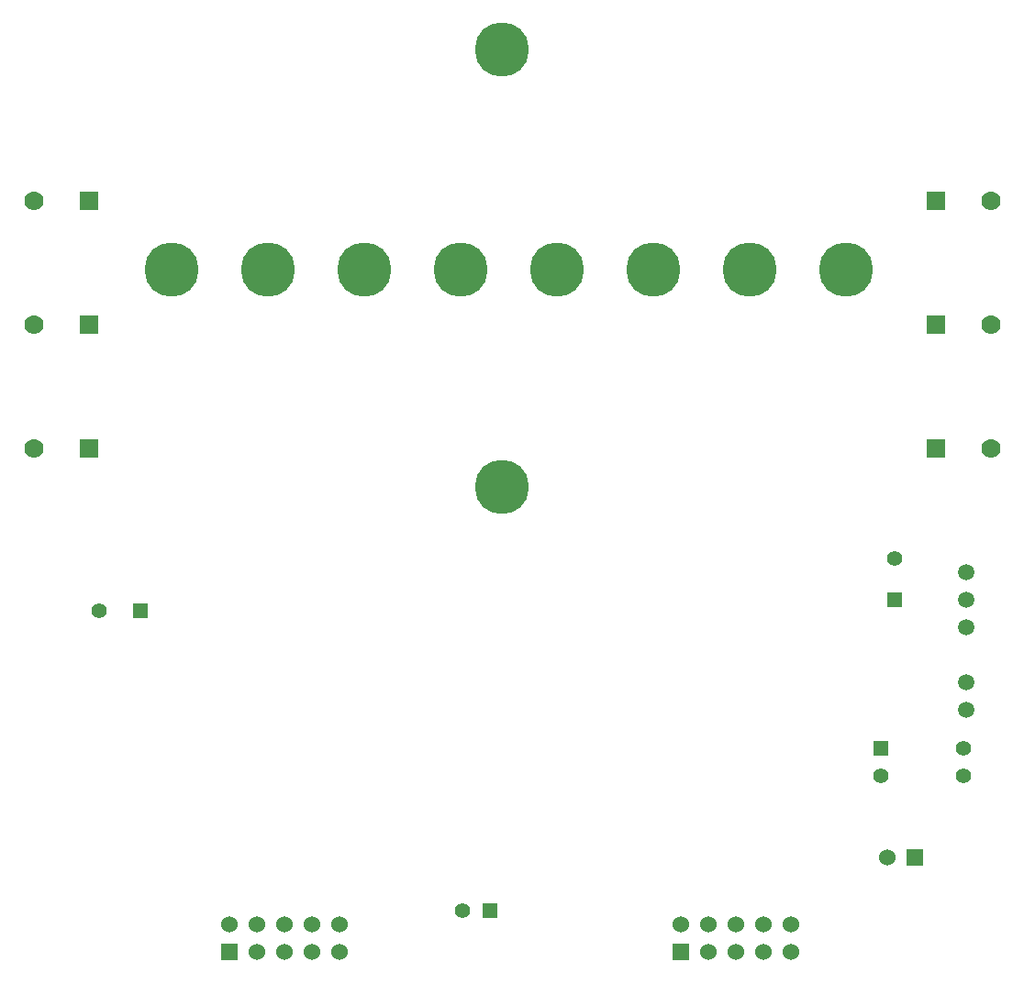
<source format=gbs>
G04 (created by PCBNEW (2013-07-07 BZR 4022)-stable) date 2015/05/03 21:07:58*
%MOIN*%
G04 Gerber Fmt 3.4, Leading zero omitted, Abs format*
%FSLAX34Y34*%
G01*
G70*
G90*
G04 APERTURE LIST*
%ADD10C,0.00590551*%
%ADD11C,0.19685*%
%ADD12C,0.0393701*%
%ADD13R,0.06X0.06*%
%ADD14C,0.06*%
%ADD15C,0.0590551*%
%ADD16R,0.055X0.055*%
%ADD17C,0.055*%
%ADD18R,0.07X0.07*%
%ADD19C,0.07*%
G04 APERTURE END LIST*
G54D10*
G54D11*
X99000Y-54000D03*
G54D12*
X99700Y-54000D03*
X99000Y-53300D03*
X98500Y-53500D03*
X98300Y-54000D03*
X98500Y-54500D03*
X99000Y-54700D03*
X99500Y-54500D03*
X99500Y-53500D03*
G54D11*
X95500Y-54000D03*
G54D12*
X96200Y-54000D03*
X95500Y-53300D03*
X95000Y-53500D03*
X94800Y-54000D03*
X95000Y-54500D03*
X95500Y-54700D03*
X96000Y-54500D03*
X96000Y-53500D03*
G54D11*
X102500Y-54000D03*
G54D12*
X103200Y-54000D03*
X102500Y-53300D03*
X102000Y-53500D03*
X101800Y-54000D03*
X102000Y-54500D03*
X102500Y-54700D03*
X103000Y-54500D03*
X103000Y-53500D03*
G54D11*
X109500Y-54000D03*
G54D12*
X110200Y-54000D03*
X109500Y-53300D03*
X109000Y-53500D03*
X108800Y-54000D03*
X109000Y-54500D03*
X109500Y-54700D03*
X110000Y-54500D03*
X110000Y-53500D03*
G54D11*
X92000Y-54000D03*
G54D12*
X92700Y-54000D03*
X92000Y-53300D03*
X91500Y-53500D03*
X91300Y-54000D03*
X91500Y-54500D03*
X92000Y-54700D03*
X92500Y-54500D03*
X92500Y-53500D03*
G54D11*
X100500Y-46000D03*
G54D12*
X101200Y-46000D03*
X100500Y-45300D03*
X100000Y-45500D03*
X99800Y-46000D03*
X100000Y-46500D03*
X100500Y-46700D03*
X101000Y-46500D03*
X101000Y-45500D03*
G54D11*
X106000Y-54000D03*
G54D12*
X106700Y-54000D03*
X106000Y-53300D03*
X105500Y-53500D03*
X105300Y-54000D03*
X105500Y-54500D03*
X106000Y-54700D03*
X106500Y-54500D03*
X106500Y-53500D03*
G54D11*
X113000Y-54000D03*
G54D12*
X113700Y-54000D03*
X113000Y-53300D03*
X112500Y-53500D03*
X112300Y-54000D03*
X112500Y-54500D03*
X113000Y-54700D03*
X113500Y-54500D03*
X113500Y-53500D03*
G54D11*
X100500Y-61900D03*
G54D12*
X101200Y-61900D03*
X100500Y-61200D03*
X100000Y-61400D03*
X99800Y-61900D03*
X100000Y-62400D03*
X100500Y-62600D03*
X101000Y-62400D03*
X101000Y-61400D03*
G54D11*
X88500Y-54000D03*
G54D12*
X89200Y-54000D03*
X88500Y-53300D03*
X88000Y-53500D03*
X87800Y-54000D03*
X88000Y-54500D03*
X88500Y-54700D03*
X89000Y-54500D03*
X89000Y-53500D03*
G54D13*
X90600Y-78800D03*
G54D14*
X90600Y-77800D03*
X91600Y-78800D03*
X91600Y-77800D03*
X92600Y-78800D03*
X92600Y-77800D03*
X93600Y-78800D03*
X93600Y-77800D03*
X94600Y-78800D03*
X94600Y-77800D03*
G54D13*
X107000Y-78800D03*
G54D14*
X107000Y-77800D03*
X108000Y-78800D03*
X108000Y-77800D03*
X109000Y-78800D03*
X109000Y-77800D03*
X110000Y-78800D03*
X110000Y-77800D03*
X111000Y-78800D03*
X111000Y-77800D03*
G54D13*
X115500Y-75350D03*
G54D14*
X114500Y-75350D03*
G54D15*
X117350Y-70000D03*
X117350Y-69000D03*
X117350Y-67000D03*
X117350Y-66000D03*
X117350Y-65000D03*
G54D16*
X114250Y-71400D03*
G54D17*
X114250Y-72400D03*
X117250Y-72400D03*
X117250Y-71400D03*
G54D18*
X85500Y-56000D03*
G54D19*
X83500Y-56000D03*
G54D18*
X116250Y-51500D03*
G54D19*
X118250Y-51500D03*
G54D18*
X85500Y-60500D03*
G54D19*
X83500Y-60500D03*
G54D18*
X116250Y-56000D03*
G54D19*
X118250Y-56000D03*
G54D18*
X116250Y-60500D03*
G54D19*
X118250Y-60500D03*
G54D18*
X85500Y-51500D03*
G54D19*
X83500Y-51500D03*
G54D16*
X100050Y-77300D03*
G54D17*
X99050Y-77300D03*
G54D16*
X114750Y-66000D03*
G54D17*
X114750Y-64500D03*
G54D16*
X87350Y-66400D03*
G54D17*
X85850Y-66400D03*
M02*

</source>
